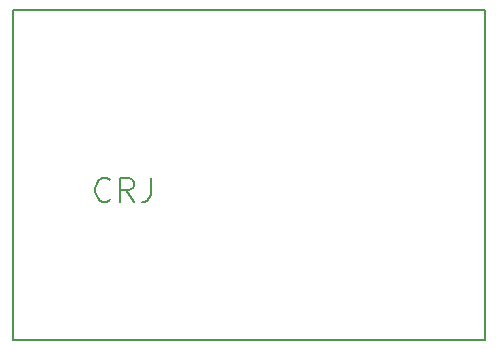
<source format=gbr>
%TF.GenerationSoftware,KiCad,Pcbnew,9.0.0*%
%TF.CreationDate,2025-10-27T19:16:05+01:00*%
%TF.ProjectId,wii_breakout_mount,7769695f-6272-4656-916b-6f75745f6d6f,rev?*%
%TF.SameCoordinates,Original*%
%TF.FileFunction,Profile,NP*%
%FSLAX46Y46*%
G04 Gerber Fmt 4.6, Leading zero omitted, Abs format (unit mm)*
G04 Created by KiCad (PCBNEW 9.0.0) date 2025-10-27 19:16:05*
%MOMM*%
%LPD*%
G01*
G04 APERTURE LIST*
%ADD10C,0.150000*%
%TA.AperFunction,Profile*%
%ADD11C,0.200000*%
%TD*%
G04 APERTURE END LIST*
D10*
X107217731Y-66056961D02*
X107122493Y-66152200D01*
X107122493Y-66152200D02*
X106836779Y-66247438D01*
X106836779Y-66247438D02*
X106646303Y-66247438D01*
X106646303Y-66247438D02*
X106360588Y-66152200D01*
X106360588Y-66152200D02*
X106170112Y-65961723D01*
X106170112Y-65961723D02*
X106074874Y-65771247D01*
X106074874Y-65771247D02*
X105979636Y-65390295D01*
X105979636Y-65390295D02*
X105979636Y-65104580D01*
X105979636Y-65104580D02*
X106074874Y-64723628D01*
X106074874Y-64723628D02*
X106170112Y-64533152D01*
X106170112Y-64533152D02*
X106360588Y-64342676D01*
X106360588Y-64342676D02*
X106646303Y-64247438D01*
X106646303Y-64247438D02*
X106836779Y-64247438D01*
X106836779Y-64247438D02*
X107122493Y-64342676D01*
X107122493Y-64342676D02*
X107217731Y-64437914D01*
X109217731Y-66247438D02*
X108551064Y-65295057D01*
X108074874Y-66247438D02*
X108074874Y-64247438D01*
X108074874Y-64247438D02*
X108836779Y-64247438D01*
X108836779Y-64247438D02*
X109027255Y-64342676D01*
X109027255Y-64342676D02*
X109122493Y-64437914D01*
X109122493Y-64437914D02*
X109217731Y-64628390D01*
X109217731Y-64628390D02*
X109217731Y-64914104D01*
X109217731Y-64914104D02*
X109122493Y-65104580D01*
X109122493Y-65104580D02*
X109027255Y-65199819D01*
X109027255Y-65199819D02*
X108836779Y-65295057D01*
X108836779Y-65295057D02*
X108074874Y-65295057D01*
X110646303Y-64247438D02*
X110646303Y-65676009D01*
X110646303Y-65676009D02*
X110551064Y-65961723D01*
X110551064Y-65961723D02*
X110360588Y-66152200D01*
X110360588Y-66152200D02*
X110074874Y-66247438D01*
X110074874Y-66247438D02*
X109884398Y-66247438D01*
D11*
X99000000Y-50000000D02*
X139000000Y-50000000D01*
X139000000Y-78000000D01*
X99000000Y-78000000D01*
X99000000Y-50000000D01*
M02*

</source>
